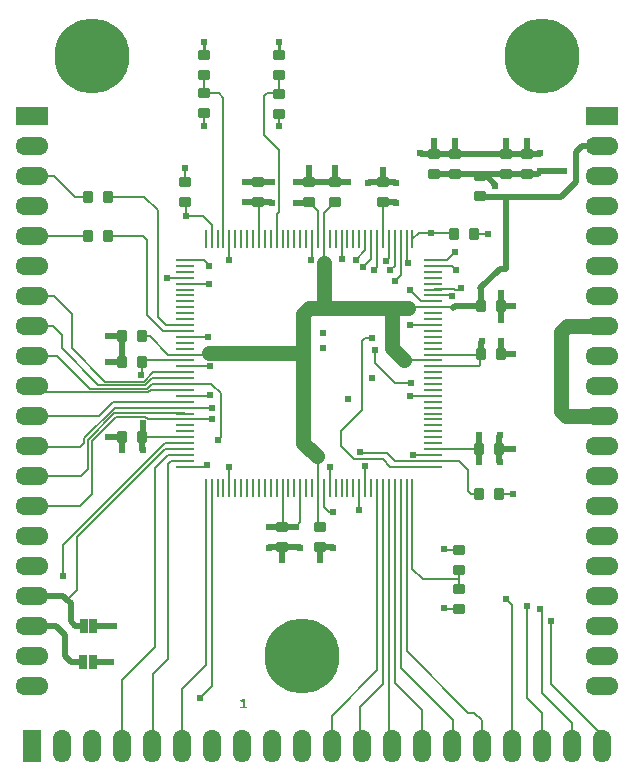
<source format=gtl>
G04 Layer_Physical_Order=1*
G04 Layer_Color=255*
%FSLAX25Y25*%
%MOIN*%
G70*
G01*
G75*
%ADD10O,0.00984X0.06102*%
%ADD11O,0.06102X0.00984*%
G04:AMPARAMS|DCode=12|XSize=39.37mil|YSize=35.43mil|CornerRadius=4.43mil|HoleSize=0mil|Usage=FLASHONLY|Rotation=180.000|XOffset=0mil|YOffset=0mil|HoleType=Round|Shape=RoundedRectangle|*
%AMROUNDEDRECTD12*
21,1,0.03937,0.02658,0,0,180.0*
21,1,0.03051,0.03543,0,0,180.0*
1,1,0.00886,-0.01526,0.01329*
1,1,0.00886,0.01526,0.01329*
1,1,0.00886,0.01526,-0.01329*
1,1,0.00886,-0.01526,-0.01329*
%
%ADD12ROUNDEDRECTD12*%
G04:AMPARAMS|DCode=13|XSize=39.37mil|YSize=35.43mil|CornerRadius=4.43mil|HoleSize=0mil|Usage=FLASHONLY|Rotation=90.000|XOffset=0mil|YOffset=0mil|HoleType=Round|Shape=RoundedRectangle|*
%AMROUNDEDRECTD13*
21,1,0.03937,0.02658,0,0,90.0*
21,1,0.03051,0.03543,0,0,90.0*
1,1,0.00886,0.01329,0.01526*
1,1,0.00886,0.01329,-0.01526*
1,1,0.00886,-0.01329,-0.01526*
1,1,0.00886,-0.01329,0.01526*
%
%ADD13ROUNDEDRECTD13*%
%ADD14R,0.02500X0.05000*%
%ADD15C,0.02000*%
%ADD16C,0.00600*%
%ADD17C,0.00800*%
%ADD18C,0.05000*%
%ADD19C,0.01000*%
%ADD20C,0.25000*%
%ADD21O,0.11000X0.06000*%
%ADD22R,0.11000X0.06000*%
%ADD23O,0.06000X0.11000*%
%ADD24R,0.06000X0.11000*%
%ADD25C,0.02400*%
G36*
X179554Y121044D02*
X180270D01*
Y120500D01*
X178094D01*
Y121044D01*
X178927D01*
Y123136D01*
X178200Y122742D01*
X178000Y123242D01*
X179038Y123786D01*
X179554D01*
Y121044D01*
D02*
G37*
D10*
X235449Y194063D02*
D03*
X233480D02*
D03*
X231512D02*
D03*
X229543D02*
D03*
X227575D02*
D03*
X225606D02*
D03*
X223638D02*
D03*
X221669D02*
D03*
X219701D02*
D03*
X217732D02*
D03*
X215764D02*
D03*
X213795D02*
D03*
X211827D02*
D03*
X209858D02*
D03*
X207890D02*
D03*
X205921D02*
D03*
X203953D02*
D03*
X201984D02*
D03*
X200016D02*
D03*
X198047D02*
D03*
X196079D02*
D03*
X194110D02*
D03*
X192142D02*
D03*
X190173D02*
D03*
X188205D02*
D03*
X186236D02*
D03*
X184268D02*
D03*
X182299D02*
D03*
X180331D02*
D03*
X178362D02*
D03*
X176394D02*
D03*
X174425D02*
D03*
X172457D02*
D03*
X170488D02*
D03*
X168520D02*
D03*
X166551D02*
D03*
Y276937D02*
D03*
X168520D02*
D03*
X170488D02*
D03*
X172457D02*
D03*
X174425D02*
D03*
X176394D02*
D03*
X178362D02*
D03*
X180331D02*
D03*
X182299D02*
D03*
X184268D02*
D03*
X186236D02*
D03*
X188205D02*
D03*
X190173D02*
D03*
X192142D02*
D03*
X194110D02*
D03*
X196079D02*
D03*
X198047D02*
D03*
X200016D02*
D03*
X201984D02*
D03*
X203953D02*
D03*
X205921D02*
D03*
X207890D02*
D03*
X209858D02*
D03*
X211827D02*
D03*
X213795D02*
D03*
X215764D02*
D03*
X217732D02*
D03*
X219701D02*
D03*
X221669D02*
D03*
X223638D02*
D03*
X225606D02*
D03*
X227575D02*
D03*
X229543D02*
D03*
X231512D02*
D03*
X233480D02*
D03*
X235449D02*
D03*
D11*
X159563Y201051D02*
D03*
Y203020D02*
D03*
Y204988D02*
D03*
Y206957D02*
D03*
Y208925D02*
D03*
Y210894D02*
D03*
Y212862D02*
D03*
Y214831D02*
D03*
Y216799D02*
D03*
Y218768D02*
D03*
Y220736D02*
D03*
Y222705D02*
D03*
Y224673D02*
D03*
Y226642D02*
D03*
Y228610D02*
D03*
Y230579D02*
D03*
Y232547D02*
D03*
Y234516D02*
D03*
Y236484D02*
D03*
Y238453D02*
D03*
Y240421D02*
D03*
Y242390D02*
D03*
Y244358D02*
D03*
Y246327D02*
D03*
Y248295D02*
D03*
Y250264D02*
D03*
Y252232D02*
D03*
Y254201D02*
D03*
Y256169D02*
D03*
Y258138D02*
D03*
Y260106D02*
D03*
Y262075D02*
D03*
Y264043D02*
D03*
Y266012D02*
D03*
Y267980D02*
D03*
Y269949D02*
D03*
X242437D02*
D03*
Y267980D02*
D03*
Y266012D02*
D03*
Y264043D02*
D03*
Y262075D02*
D03*
Y260106D02*
D03*
Y258138D02*
D03*
Y256169D02*
D03*
Y254201D02*
D03*
Y252232D02*
D03*
Y250264D02*
D03*
Y248295D02*
D03*
Y246327D02*
D03*
Y244358D02*
D03*
Y242390D02*
D03*
Y240421D02*
D03*
Y238453D02*
D03*
Y236484D02*
D03*
Y234516D02*
D03*
Y232547D02*
D03*
Y230579D02*
D03*
Y228610D02*
D03*
Y226642D02*
D03*
Y224673D02*
D03*
Y222705D02*
D03*
Y220736D02*
D03*
Y218768D02*
D03*
Y216799D02*
D03*
Y214831D02*
D03*
Y212862D02*
D03*
Y210894D02*
D03*
Y208925D02*
D03*
Y206957D02*
D03*
Y204988D02*
D03*
Y203020D02*
D03*
Y201051D02*
D03*
D12*
X184000Y289154D02*
D03*
Y295847D02*
D03*
X201000Y289154D02*
D03*
Y295847D02*
D03*
X225500Y289154D02*
D03*
Y295847D02*
D03*
X192000Y180847D02*
D03*
Y174153D02*
D03*
X204500Y180847D02*
D03*
Y174153D02*
D03*
X209500Y289154D02*
D03*
Y295847D02*
D03*
X249500Y298654D02*
D03*
Y305346D02*
D03*
X242500Y298654D02*
D03*
Y305346D02*
D03*
X266500Y298654D02*
D03*
Y305346D02*
D03*
X273500Y298654D02*
D03*
Y305346D02*
D03*
X258000Y291154D02*
D03*
Y297847D02*
D03*
X159500Y295847D02*
D03*
Y289154D02*
D03*
X251000Y153654D02*
D03*
Y160346D02*
D03*
Y166654D02*
D03*
Y173346D02*
D03*
X166000Y325500D02*
D03*
Y318807D02*
D03*
X191000Y325346D02*
D03*
Y318653D02*
D03*
X166000Y338347D02*
D03*
Y331653D02*
D03*
X191000Y338347D02*
D03*
Y331653D02*
D03*
D13*
X258154Y238500D02*
D03*
X264846D02*
D03*
X257653Y207000D02*
D03*
X264347D02*
D03*
X145346Y211000D02*
D03*
X138654D02*
D03*
X145346Y236000D02*
D03*
X138654D02*
D03*
X145346Y244500D02*
D03*
X138654D02*
D03*
X258154Y254500D02*
D03*
X264846D02*
D03*
X264347Y192000D02*
D03*
X257653D02*
D03*
X255847Y278500D02*
D03*
X249153D02*
D03*
X133846Y278000D02*
D03*
X127154D02*
D03*
X133846Y291000D02*
D03*
X127154D02*
D03*
D14*
X125757Y136000D02*
D03*
X129000D02*
D03*
X125878Y148000D02*
D03*
X129122D02*
D03*
D15*
X120250Y156750D02*
X121500Y155500D01*
X119000Y158000D02*
X120250Y156750D01*
X129000Y136000D02*
X135000D01*
X129122Y148000D02*
X136000D01*
X121500Y136000D02*
X125757D01*
X119500Y138000D02*
X121500Y136000D01*
X119500Y138000D02*
Y145000D01*
X116500Y148000D02*
X119500Y145000D01*
X108500Y148000D02*
X116500D01*
X123000D02*
X125878D01*
X121500Y149500D02*
X123000Y148000D01*
X121500Y149500D02*
Y155500D01*
X108500Y158000D02*
X119000D01*
X249500Y298654D02*
X266500D01*
X292000Y308000D02*
X298500D01*
X290000Y306000D02*
X292000Y308000D01*
X290000Y296000D02*
Y306000D01*
X285000Y291000D02*
X290000Y296000D01*
X266000Y291000D02*
X285000D01*
X213846Y295847D02*
X214000Y296000D01*
X209500Y295847D02*
X213846D01*
X220500Y295500D02*
X220847Y295847D01*
X225500D01*
X229654D02*
X230000Y295500D01*
X225500Y295847D02*
X229654D01*
X229847Y289154D02*
X230000Y289000D01*
X225500Y289154D02*
X229847D01*
X282000Y299500D02*
X286000D01*
X278000D02*
X282000D01*
X277153Y298654D02*
X278000Y299500D01*
X273500Y298654D02*
X277153D01*
X260154Y297847D02*
X263000Y295000D01*
X258000Y297847D02*
X260154D01*
X266500Y298654D02*
X273500D01*
X242500D02*
X249500D01*
X179654Y289154D02*
X184000D01*
X188347D02*
X188500Y289000D01*
X184000Y289154D02*
X188347D01*
X188347Y295847D02*
X188500Y296000D01*
X184000Y295847D02*
X188347D01*
X196500Y289000D02*
X200847D01*
X201000Y289154D01*
X197846Y174153D02*
X198000Y174000D01*
X192000Y174153D02*
X197846D01*
X196346Y180847D02*
X196500Y181000D01*
X192000Y180847D02*
X196346D01*
X187500Y181000D02*
X187654Y180847D01*
X192000D01*
X187500Y174000D02*
X187654Y174153D01*
X192000D01*
Y170000D02*
Y174153D01*
X208846D02*
X209000Y174000D01*
X204500Y174153D02*
X208846D01*
X204500Y170000D02*
Y174153D01*
X257500Y202500D02*
X257653Y202654D01*
Y207000D01*
X257500Y211500D02*
X257653Y211347D01*
Y207000D02*
Y211347D01*
X249000Y254000D02*
X249500Y254500D01*
X258154D01*
X258000Y260500D02*
X264500Y267000D01*
X258154Y254500D02*
Y260347D01*
X258000Y260500D02*
X258154Y260347D01*
X264500Y267000D02*
X266500D01*
Y290500D01*
X266000Y291000D02*
X266500Y290500D01*
X258154Y291000D02*
X266000D01*
X258000Y291154D02*
X258154Y291000D01*
Y242653D02*
X258500Y243000D01*
X258154Y238500D02*
Y242653D01*
X145500Y211154D02*
Y215500D01*
X264347Y211347D02*
X264500Y211500D01*
X264347Y207000D02*
Y211347D01*
Y202654D02*
X264500Y202500D01*
X264347Y202654D02*
Y207000D01*
X269000D01*
X264846Y258846D02*
X265000Y259000D01*
X264846Y254500D02*
Y258846D01*
Y250153D02*
X265000Y250000D01*
X264846Y250153D02*
Y254500D01*
Y242846D02*
X265000Y243000D01*
X264846Y238500D02*
Y242846D01*
Y238500D02*
X269000D01*
X264846Y254500D02*
X269000D01*
X266500Y305346D02*
X273500D01*
X249500D02*
X266500D01*
X242500D02*
X249500D01*
X277847D02*
X278000Y305500D01*
X273500Y305346D02*
X277847D01*
X238000Y305500D02*
X238154Y305346D01*
X242500D01*
X266500D02*
Y309500D01*
X273500Y305346D02*
Y309500D01*
X249500Y305346D02*
Y309500D01*
X242500Y305346D02*
Y309500D01*
X225500Y295847D02*
Y300000D01*
X201000Y295847D02*
X209500D01*
X201000D02*
Y300500D01*
X209500Y295847D02*
Y300500D01*
X196500Y296000D02*
X196653Y295847D01*
X201000D01*
X179500Y296000D02*
X179654Y295847D01*
X184000D01*
X138500Y244346D02*
X138654Y244500D01*
X138500Y240000D02*
Y244346D01*
Y240000D02*
X138654Y239846D01*
Y236000D02*
Y239846D01*
X134000Y244500D02*
X138654D01*
X134000Y236000D02*
X138654D01*
X134000Y211000D02*
X138654D01*
X138500Y206500D02*
X138654Y206653D01*
Y211000D01*
X145346Y206653D02*
X145500Y206500D01*
X145346Y206653D02*
Y211000D01*
X145500Y211154D01*
D16*
X120250Y156750D02*
X123500Y160000D01*
Y177500D01*
X153000Y207000D01*
X153043Y206957D01*
X159563D01*
X119000Y164500D02*
Y175000D01*
X152925Y208925D01*
X159563D01*
X218500Y205500D02*
X227000D01*
X218000Y206000D02*
X218500Y205500D01*
X216000Y203500D02*
X225500D01*
X211500Y208000D02*
X216000Y203500D01*
X211500Y208000D02*
Y213000D01*
X227000Y205500D02*
X229612Y202888D01*
X225500Y203500D02*
X227949Y201051D01*
X170500Y210000D02*
X171500Y211000D01*
Y225500D01*
X168390Y228610D02*
X171500Y225500D01*
X159563Y228610D02*
X168390D01*
X168264Y220736D02*
X168500Y220500D01*
X159563Y220736D02*
X168264D01*
X159563Y216799D02*
X168500D01*
X251000Y163500D02*
Y166654D01*
Y160346D02*
Y163500D01*
X235449Y167051D02*
X239000Y163500D01*
X251000D01*
X266500Y157000D02*
X268500Y155000D01*
X219500Y244000D02*
X222000D01*
X218500Y243000D02*
X219500Y244000D01*
X218500Y220000D02*
Y243000D01*
X211500Y213000D02*
X218500Y220000D01*
X227949Y201051D02*
X242437D01*
X229612Y202888D02*
X242305D01*
X242437Y203020D01*
X223000Y235500D02*
Y240000D01*
Y235500D02*
X229500Y229000D01*
X235000D01*
X268500Y108000D02*
Y155000D01*
X273500Y124000D02*
Y154500D01*
Y124000D02*
X278500Y119000D01*
Y108000D02*
Y119000D01*
X278000Y153500D02*
X278500Y153000D01*
Y125500D02*
Y153000D01*
Y125500D02*
X288500Y115500D01*
Y108000D02*
Y115500D01*
X228000Y266500D02*
X229543Y268043D01*
X229500Y263000D02*
X231512Y265012D01*
Y276937D01*
X281500Y128500D02*
Y149500D01*
Y128500D02*
X298500Y111500D01*
Y108000D02*
Y111500D01*
X148474Y228610D02*
X159563D01*
X146864Y227000D02*
X148474Y228610D01*
X191000Y325346D02*
Y331653D01*
X190847Y325500D02*
X191000Y325346D01*
X187000Y325500D02*
X190847D01*
X186000Y324500D02*
X187000Y325500D01*
X186000Y311500D02*
Y324500D01*
Y311500D02*
X191000Y306500D01*
Y286000D02*
Y306500D01*
X190173Y285173D02*
X191000Y286000D01*
X190173Y276937D02*
Y285173D01*
X166000Y325500D02*
Y331653D01*
Y325500D02*
X171000D01*
X172457Y324043D01*
Y276937D02*
Y324043D01*
X108500Y278000D02*
X127154D01*
X123000Y291000D02*
X127154D01*
X116000Y298000D02*
X123000Y291000D01*
X108500Y298000D02*
X116000D01*
X133846Y278000D02*
X145500D01*
X147000Y276500D01*
Y251500D02*
Y276500D01*
Y251500D02*
X152173Y246327D01*
X159563D01*
X133846Y291000D02*
X146000D01*
X150500Y286500D01*
Y251000D02*
Y286500D01*
Y251000D02*
X153205Y248295D01*
X159563D01*
X242437Y201051D02*
X244449D01*
X248520Y267980D02*
X250000Y266500D01*
X242437Y267980D02*
X248520D01*
X234500Y260000D02*
X238331Y256169D01*
X242437D01*
X248362Y258138D02*
X248500Y258000D01*
X242437Y258138D02*
X248362D01*
X233480Y269520D02*
X234000Y269000D01*
X233480Y269520D02*
Y276937D01*
X229543Y268043D02*
Y276937D01*
X226500Y269500D02*
X227575Y270575D01*
Y276937D01*
X222500Y266500D02*
X223638Y267638D01*
Y276937D01*
X219000Y267500D02*
X221669Y270169D01*
Y276937D01*
X216500Y270000D02*
X219701Y273201D01*
Y276937D01*
X203500Y204500D02*
X203953Y204047D01*
X232500Y236500D02*
X232516Y236484D01*
X108500Y258000D02*
X116000D01*
X122000Y252000D01*
Y240500D02*
Y252000D01*
Y240500D02*
X133100Y229400D01*
X145870D01*
X149017Y232547D01*
X159563D01*
X108500Y228000D02*
X110700Y225800D01*
X117000Y238000D02*
X128000Y227000D01*
X118500Y240500D02*
X130800Y228200D01*
X146367D02*
X148746Y230579D01*
X159563D01*
X130800Y228200D02*
X146367D01*
X128000Y227000D02*
X146864D01*
X110700Y225800D02*
X147361D01*
X148203Y226642D02*
X159563D01*
X147361Y225800D02*
X148203Y226642D01*
X108500Y248000D02*
X115500D01*
X118500Y245000D01*
Y240500D02*
Y245000D01*
X108500Y238000D02*
X117000D01*
X108500Y218000D02*
X131000D01*
X135705Y222705D01*
X159563D01*
X108500Y208000D02*
X109000Y207500D01*
X124500D01*
X126100Y209100D01*
Y210494D01*
X136342Y220736D01*
X159563D01*
X108500Y198000D02*
X125000D01*
X127300Y200300D01*
Y209997D01*
X136103Y218800D01*
X159531D01*
X159563Y218768D01*
X128500Y209500D02*
X136600Y217600D01*
X146370D02*
X147171Y216799D01*
X136600Y217600D02*
X146370D01*
X108500Y188000D02*
X124500D01*
X128500Y192000D01*
Y209500D01*
X147171Y216799D02*
X159563D01*
X235449Y167051D02*
Y194063D01*
X258500Y108000D02*
Y116500D01*
X256000Y119000D02*
X258500Y116500D01*
X254000Y119000D02*
X256000D01*
X233480Y139520D02*
X254000Y119000D01*
X233480Y139520D02*
Y194063D01*
X248500Y108000D02*
X249000Y108500D01*
Y116500D01*
X231512Y133988D02*
X249000Y116500D01*
X231512Y133988D02*
Y194063D01*
X238500Y108000D02*
Y120000D01*
X229543Y128957D02*
X238500Y120000D01*
X229543Y128957D02*
Y194063D01*
X227575Y108925D02*
X228500Y108000D01*
X227575Y108925D02*
Y194063D01*
X218000Y108500D02*
X218500Y108000D01*
X218000Y108500D02*
Y121000D01*
X225606Y128606D01*
Y194063D01*
X208500Y108000D02*
Y118000D01*
X223638Y133138D01*
Y194063D01*
X158500Y108000D02*
Y127000D01*
X166551Y135051D01*
X149000Y108500D02*
Y132000D01*
X138500Y108000D02*
Y130000D01*
X149500Y141000D01*
X148500Y108000D02*
X149000Y108500D01*
Y132000D02*
X154000Y137000D01*
X164500Y124000D02*
X168520Y128020D01*
Y194063D01*
X149500Y200500D02*
X153988Y204988D01*
X149500Y141000D02*
Y200500D01*
X154000Y202000D02*
X155020Y203020D01*
X154000Y137000D02*
Y202000D01*
X155020Y203020D02*
X159563D01*
X166551Y135051D02*
Y194063D01*
X255000Y192000D02*
X257653D01*
X254000Y193000D02*
X255000Y192000D01*
X254000Y193000D02*
Y200000D01*
X250980Y203020D02*
X254000Y200000D01*
X242437Y203020D02*
X250980D01*
X184000Y289154D02*
X184268Y288886D01*
X166051Y269949D02*
X168000Y268000D01*
X167500D02*
X168000D01*
X159563Y269949D02*
X166051D01*
X174425Y269925D02*
Y276937D01*
X153988Y204988D02*
X159563D01*
D17*
Y201051D02*
X166551D01*
X246000Y154000D02*
X246346Y153654D01*
X251000D01*
X246000Y173500D02*
X246153Y173346D01*
X251000D01*
X153500Y264000D02*
X153543Y264043D01*
X159563D01*
X201984Y270484D02*
Y276937D01*
X201500Y270000D02*
X201984Y270484D01*
X225500Y289154D02*
X225606Y289047D01*
Y276937D02*
Y289047D01*
X191000Y314500D02*
Y318653D01*
X166000Y314500D02*
Y318807D01*
X203953Y181394D02*
X204500Y180847D01*
X203953Y181394D02*
Y194063D01*
X192000Y180847D02*
X192142Y180988D01*
Y194063D01*
X196500Y181000D02*
X198047Y182547D01*
Y194063D01*
X207500Y186000D02*
X209000D01*
X205921Y187579D02*
X207500Y186000D01*
X205921Y187579D02*
Y194063D01*
X217500Y186500D02*
X217732Y186732D01*
Y194063D01*
X242531Y260200D02*
X249411D01*
X242437Y260106D02*
X242531Y260200D01*
X249505Y260106D02*
X251106D01*
X249411Y260200D02*
X249505Y260106D01*
X251106D02*
X251500Y260500D01*
X249500Y272500D02*
X250000D01*
X246949Y269949D02*
X249500Y272500D01*
X242437Y269949D02*
X246949D01*
X257610Y206957D02*
X257653Y207000D01*
X242437Y206957D02*
X257610D01*
X258000Y238347D02*
X258106Y238453D01*
X258000Y235000D02*
Y238347D01*
X257516Y234516D02*
X258000Y235000D01*
X242437Y234516D02*
X257516D01*
X258106Y238453D02*
X258154Y238500D01*
X242437Y238453D02*
X258106D01*
X232516Y236484D02*
X242437D01*
X203953Y194063D02*
Y204047D01*
X167137Y238453D02*
X172137D01*
X159563D02*
X167137D01*
X172137D02*
X172500Y238816D01*
X207890Y194063D02*
Y201110D01*
X205921Y269079D02*
X206000Y269000D01*
X205921Y269079D02*
Y276937D01*
X167137Y238453D02*
X167500Y238816D01*
X159563Y244358D02*
X167358D01*
X234000Y254000D02*
X234201Y254201D01*
X242437D01*
X248799D02*
X249000Y254000D01*
X242437Y254201D02*
X248799D01*
X257854D02*
X258154Y254500D01*
X145000Y231500D02*
X145346Y231846D01*
Y236000D01*
X145453Y210894D02*
X159563D01*
X235512Y204988D02*
X242437D01*
X264347Y192000D02*
X269000D01*
X255847Y278500D02*
X260500D01*
X159500Y295847D02*
Y300500D01*
X145346Y211000D02*
X145453Y210894D01*
X167673Y224673D02*
X168000Y225000D01*
X159563Y224673D02*
X167673D01*
X145346Y244500D02*
X148000D01*
X154047Y238453D01*
X159563D01*
X145346Y236000D02*
X145831Y236484D01*
X159563D01*
Y262075D02*
X167575D01*
X159563Y234516D02*
X167984D01*
X166551Y201051D02*
X167000Y201500D01*
X174425Y194063D02*
Y201075D01*
X219701Y194063D02*
Y201201D01*
X234673Y224673D02*
X242437D01*
X234705Y248295D02*
X242437D01*
X211827Y270327D02*
Y276937D01*
X205921Y285575D02*
X209500Y289154D01*
X205921Y276937D02*
Y285575D01*
X184268Y276937D02*
Y288886D01*
X201000Y289154D02*
X203953Y286201D01*
Y276937D02*
Y286201D01*
X160000Y284500D02*
Y288653D01*
X159500Y289154D02*
X160000Y288653D01*
X168520Y276937D02*
Y281480D01*
X165500Y284500D02*
X168520Y281480D01*
X160000Y284500D02*
X165500D01*
X237512Y279000D02*
X241500D01*
X235449Y276937D02*
X237512Y279000D01*
X241500D02*
X248654D01*
X249153Y278500D01*
D18*
X287000Y248000D02*
X298500D01*
X285000Y246000D02*
X287000Y248000D01*
X285000Y219500D02*
Y246000D01*
Y219500D02*
X286500Y218000D01*
X298500D01*
X198316Y238816D02*
X199000Y239500D01*
X172500Y238816D02*
X198316D01*
X199000Y209000D02*
Y239500D01*
X167500Y238816D02*
X172500D01*
X205500Y254000D02*
X228500D01*
X201000D02*
X205500D01*
X206000Y254500D01*
Y269000D01*
X199000Y239500D02*
Y252000D01*
X228500Y254000D02*
X234000D01*
X228500Y240500D02*
X232500Y236500D01*
X228500Y240500D02*
Y254000D01*
X199000Y209000D02*
X203500Y204500D01*
X199000Y252000D02*
X201000Y254000D01*
D19*
X166000Y338347D02*
Y342500D01*
X191000Y338347D02*
Y342500D01*
D20*
X278500Y338000D02*
D03*
X128500D02*
D03*
X198500Y138000D02*
D03*
D21*
X298500Y128000D02*
D03*
Y138000D02*
D03*
Y148000D02*
D03*
Y158000D02*
D03*
Y168000D02*
D03*
Y178000D02*
D03*
Y188000D02*
D03*
Y198000D02*
D03*
Y208000D02*
D03*
Y218000D02*
D03*
Y228000D02*
D03*
Y238000D02*
D03*
Y248000D02*
D03*
Y258000D02*
D03*
Y268000D02*
D03*
Y278000D02*
D03*
Y288000D02*
D03*
Y298000D02*
D03*
Y308000D02*
D03*
X108500Y128000D02*
D03*
Y138000D02*
D03*
Y148000D02*
D03*
Y158000D02*
D03*
Y168000D02*
D03*
Y178000D02*
D03*
Y188000D02*
D03*
Y198000D02*
D03*
Y208000D02*
D03*
Y218000D02*
D03*
Y228000D02*
D03*
Y238000D02*
D03*
Y248000D02*
D03*
Y258000D02*
D03*
Y268000D02*
D03*
Y278000D02*
D03*
Y288000D02*
D03*
Y298000D02*
D03*
Y308000D02*
D03*
D22*
X298500Y318000D02*
D03*
X108500D02*
D03*
D23*
X298500Y108000D02*
D03*
X288500D02*
D03*
X278500D02*
D03*
X268500D02*
D03*
X258500D02*
D03*
X248500D02*
D03*
X238500D02*
D03*
X228500D02*
D03*
X218500D02*
D03*
X208500D02*
D03*
X198500D02*
D03*
X188500D02*
D03*
X178500D02*
D03*
X168500D02*
D03*
X158500D02*
D03*
X148500D02*
D03*
X138500D02*
D03*
X128500D02*
D03*
X118500D02*
D03*
D24*
X108500D02*
D03*
D25*
X119000Y164500D02*
D03*
X135000Y136000D02*
D03*
X136000Y148000D02*
D03*
X218000Y206000D02*
D03*
X170500Y210000D02*
D03*
X168500Y216799D02*
D03*
Y220500D02*
D03*
X246000Y154000D02*
D03*
Y173500D02*
D03*
X266500Y157000D02*
D03*
X263000Y294500D02*
D03*
X222000Y244000D02*
D03*
X153500Y264000D02*
D03*
X223000Y240000D02*
D03*
X235000Y229000D02*
D03*
X228000Y266500D02*
D03*
X229500Y263000D02*
D03*
X273500Y154500D02*
D03*
X278000Y153500D02*
D03*
X281500Y149500D02*
D03*
X214000Y296000D02*
D03*
X220500Y295500D02*
D03*
X230000D02*
D03*
Y289000D02*
D03*
X191000Y314500D02*
D03*
X166000D02*
D03*
Y342500D02*
D03*
X191000D02*
D03*
X209000Y186000D02*
D03*
X217500Y186500D02*
D03*
X250000Y266500D02*
D03*
X234500Y260000D02*
D03*
X248500Y258000D02*
D03*
X251500Y260500D02*
D03*
X249500Y272500D02*
D03*
X234000Y269000D02*
D03*
X226500Y269500D02*
D03*
X222500Y266500D02*
D03*
X219000Y267500D02*
D03*
X216500Y270000D02*
D03*
X286000Y299500D02*
D03*
X282000D02*
D03*
X278000D02*
D03*
X188500Y289000D02*
D03*
Y296000D02*
D03*
X196500Y289000D02*
D03*
X198000Y174000D02*
D03*
X196500Y181000D02*
D03*
X187500D02*
D03*
Y174000D02*
D03*
X192000Y170000D02*
D03*
X209000Y174000D02*
D03*
X204500Y170000D02*
D03*
X257500Y202500D02*
D03*
Y211500D02*
D03*
X201500Y270000D02*
D03*
X167358Y244358D02*
D03*
X258500Y243000D02*
D03*
X222000Y230500D02*
D03*
X205500Y240500D02*
D03*
Y245500D02*
D03*
X214000Y223500D02*
D03*
X145000Y231500D02*
D03*
X145500Y215500D02*
D03*
X164500Y124000D02*
D03*
X269000Y192000D02*
D03*
X264500Y211500D02*
D03*
Y202500D02*
D03*
X269000Y207000D02*
D03*
X265000Y259000D02*
D03*
Y250000D02*
D03*
Y243000D02*
D03*
X269000Y238500D02*
D03*
Y254500D02*
D03*
X260500Y278500D02*
D03*
X278000Y305500D02*
D03*
X238000D02*
D03*
X266500Y309500D02*
D03*
X273500D02*
D03*
X249500D02*
D03*
X242500D02*
D03*
X225500Y300000D02*
D03*
X201000Y300500D02*
D03*
X209500D02*
D03*
X196500Y296000D02*
D03*
X179500D02*
D03*
X159500Y300500D02*
D03*
X138500Y240000D02*
D03*
X134000Y244500D02*
D03*
Y236000D02*
D03*
Y211000D02*
D03*
X138500Y206500D02*
D03*
X145500D02*
D03*
X168000Y225000D02*
D03*
X167575Y262075D02*
D03*
X167984Y234516D02*
D03*
X167000Y201500D02*
D03*
X174425Y201075D02*
D03*
X207890Y201110D02*
D03*
X219701Y201201D02*
D03*
X235512Y204988D02*
D03*
X234673Y224673D02*
D03*
X234705Y248295D02*
D03*
X211827Y270327D02*
D03*
X179654Y289154D02*
D03*
X167500Y268000D02*
D03*
X174425Y269925D02*
D03*
X160000Y284500D02*
D03*
X241500Y279000D02*
D03*
M02*

</source>
